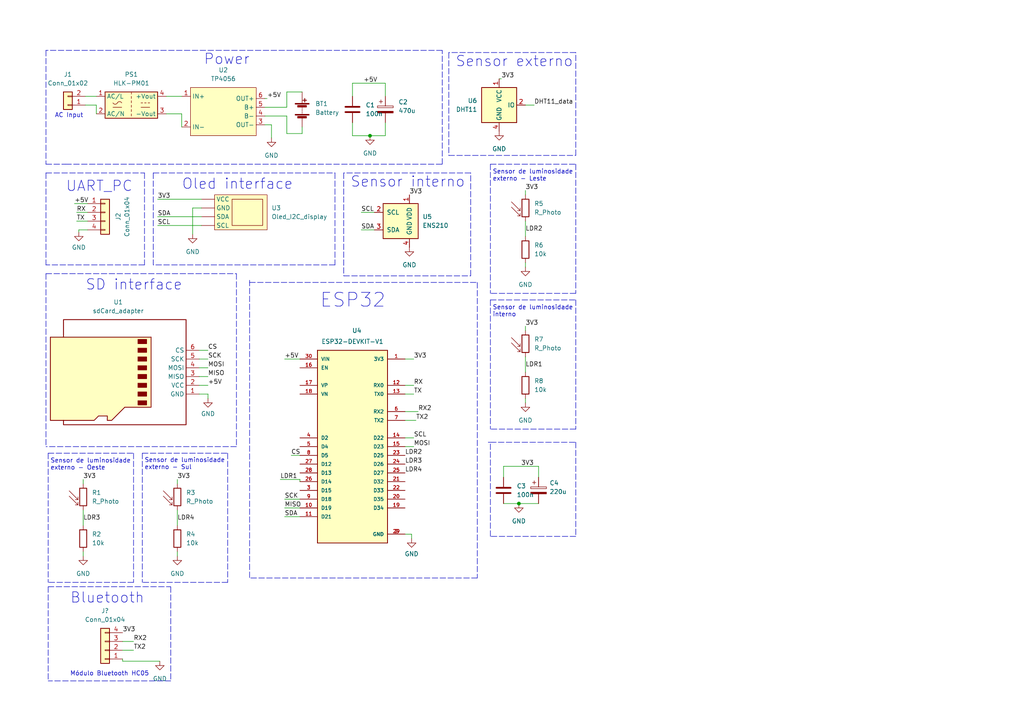
<source format=kicad_sch>
(kicad_sch (version 20211123) (generator eeschema)
  (paper "A4")
  (title_block (title "Estação metereológica - ESP32") (date "2022-11-22") (rev "01") (company "UFSC") (comment 1 "Autor: Marcelo Miguel Cardoso") (comment 2 "Matrícula: 19102371") (comment 3 "EEL7323-08235 (20222) - Programação C++ para Sistemas Embarcados"))
  (lib_symbols
    (symbol "Connector_Generic:Conn_01x02" (pin_names (offset 1.016) hide)
      (property "Reference" "J" (at 0 2.54 0))
      (property "Value" "Conn_01x02" (at 0 -5.08 0))
      (symbol "Conn_01x02_1_1"
        (rectangle (start -1.27 -2.413) (end 0 -2.667) (stroke (width 0.1524)))
        (rectangle (start -1.27 0.127) (end 0 -0.127) (stroke (width 0.1524)))
        (rectangle (start -1.27 1.27) (end 1.27 -3.81) (stroke (width 0.254)) (fill (type background)))
        (pin passive line (at -5.08 0 0) (length 3.81) (name "Pin_1") (number "1"))
        (pin passive line (at -5.08 -2.54 0) (length 3.81) (name "Pin_2") (number "2"))
      )
    )
    (symbol "Connector_Generic:Conn_01x04" (pin_names (offset 1.016) hide)
      (property "Reference" "J" (at 0 5.08 0))
      (property "Value" "Conn_01x04" (at 0 -7.62 0))
      (symbol "Conn_01x04_1_1"
        (rectangle (start -1.27 -4.953) (end 0 -5.207) (stroke (width 0.1524)))
        (rectangle (start -1.27 -2.413) (end 0 -2.667) (stroke (width 0.1524)))
        (rectangle (start -1.27 0.127) (end 0 -0.127) (stroke (width 0.1524)))
        (rectangle (start -1.27 2.667) (end 0 2.413) (stroke (width 0.1524)))
        (rectangle (start -1.27 3.81) (end 1.27 -6.35) (stroke (width 0.254)) (fill (type background)))
        (pin passive line (at -5.08 2.54 0) (length 3.81) (name "Pin_1") (number "1"))
        (pin passive line (at -5.08 0 0) (length 3.81) (name "Pin_2") (number "2"))
        (pin passive line (at -5.08 -2.54 0) (length 3.81) (name "Pin_3") (number "3"))
        (pin passive line (at -5.08 -5.08 0) (length 3.81) (name "Pin_4") (number "4"))
      )
    )
    (symbol "Converter_ACDC:HLK-PM01"
      (property "Reference" "PS" (at 0 5.08 0))
      (property "Value" "HLK-PM01" (at 0 -5.08 0))
      (symbol "HLK-PM01_0_1"
        (rectangle (start -7.62 3.81) (end 7.62 -3.81) (stroke (width 0.254)) (fill (type background)))
        (arc (start -5.334 0.635) (mid -4.699 0.2495) (end -4.064 0.635))
        (arc (start -2.794 0.635) (mid -3.429 1.0072) (end -4.064 0.635))
        (polyline (pts (xy -5.334 -0.635) (xy -2.794 -0.635)))
        (polyline (pts (xy 0 -2.54) (xy 0 -3.175)))
        (polyline (pts (xy 0 -1.27) (xy 0 -1.905)))
        (polyline (pts (xy 0 0) (xy 0 -0.635)))
        (polyline (pts (xy 0 1.27) (xy 0 0.635)))
        (polyline (pts (xy 0 2.54) (xy 0 1.905)))
        (polyline (pts (xy 0 3.81) (xy 0 3.175)))
        (polyline (pts (xy 2.794 -0.635) (xy 5.334 -0.635)))
        (polyline (pts (xy 2.794 0.635) (xy 3.302 0.635)))
        (polyline (pts (xy 3.81 0.635) (xy 4.318 0.635)))
        (polyline (pts (xy 4.826 0.635) (xy 5.334 0.635)))
      )
      (symbol "HLK-PM01_1_1"
        (pin power_in line (at -10.16 2.54 0) (length 2.54) (name "AC/L") (number "1"))
        (pin power_in line (at -10.16 -2.54 0) (length 2.54) (name "AC/N") (number "2"))
        (pin power_out line (at 10.16 -2.54 180) (length 2.54) (name "-Vout") (number "3"))
        (pin power_out line (at 10.16 2.54 180) (length 2.54) (name "+Vout") (number "4"))
      )
    )
    (symbol "Device:Battery" (pin_numbers hide) (pin_names (offset 0) hide)
      (property "Reference" "BT" (at 2.54 2.54 0))
      (property "Value" "Battery" (at 2.54 0 0))
      (symbol "Battery_0_1"
        (rectangle (start -2.032 -1.397) (end 2.032 -1.651) (fill (type outline)))
        (rectangle (start -2.032 1.778) (end 2.032 1.524) (fill (type outline)))
        (rectangle (start -1.3208 -1.9812) (end 1.27 -2.4892) (fill (type outline)))
        (rectangle (start -1.3208 1.1938) (end 1.27 0.6858) (fill (type outline)))
        (polyline (pts (xy 0 -1.524) (xy 0 -1.27)))
        (polyline (pts (xy 0 -1.016) (xy 0 -0.762)))
        (polyline (pts (xy 0 -0.508) (xy 0 -0.254)))
        (polyline (pts (xy 0 0) (xy 0 0.254)))
        (polyline (pts (xy 0 0.508) (xy 0 0.762)))
        (polyline (pts (xy 0 1.778) (xy 0 2.54)))
        (polyline (pts (xy 0.254 2.667) (xy 1.27 2.667)) (stroke (width 0.254)))
        (polyline (pts (xy 0.762 3.175) (xy 0.762 2.159)) (stroke (width 0.254)))
      )
      (symbol "Battery_1_1"
        (pin passive line (at 0 5.08 270) (length 2.54) (name "+") (number "1"))
        (pin passive line (at 0 -5.08 90) (length 2.54) (name "-") (number "2"))
      )
    )
    (symbol "Device:C" (pin_numbers hide) (pin_names (offset 0.254))
      (property "Reference" "C" (at 0.635 2.54 0))
      (property "Value" "C" (at 0.635 -2.54 0))
      (symbol "C_0_1"
        (polyline (pts (xy -2.032 -0.762) (xy 2.032 -0.762)) (stroke (width 0.508)))
        (polyline (pts (xy -2.032 0.762) (xy 2.032 0.762)) (stroke (width 0.508)))
      )
      (symbol "C_1_1"
        (pin passive line (at 0 3.81 270) (length 2.794) (name "~") (number "1"))
        (pin passive line (at 0 -3.81 90) (length 2.794) (name "~") (number "2"))
      )
    )
    (symbol "Device:C_Polarized" (pin_numbers hide) (pin_names (offset 0.254))
      (property "Reference" "C" (at 0.635 2.54 0))
      (property "Value" "C_Polarized" (at 0.635 -2.54 0))
      (symbol "C_Polarized_0_1"
        (rectangle (start -2.286 0.508) (end 2.286 1.016))
        (polyline (pts (xy -1.778 2.286) (xy -0.762 2.286)))
        (polyline (pts (xy -1.27 2.794) (xy -1.27 1.778)))
        (rectangle (start 2.286 -0.508) (end -2.286 -1.016) (fill (type outline)))
      )
      (symbol "C_Polarized_1_1"
        (pin passive line (at 0 3.81 270) (length 2.794) (name "~") (number "1"))
        (pin passive line (at 0 -3.81 90) (length 2.794) (name "~") (number "2"))
      )
    )
    (symbol "Device:R" (pin_numbers hide) (pin_names (offset 0))
      (property "Reference" "R" (at 2.032 0 90))
      (property "Value" "R" (at 0 0 90))
      (symbol "R_0_1"
        (rectangle (start -1.016 -2.54) (end 1.016 2.54) (stroke (width 0.254)))
      )
      (symbol "R_1_1"
        (pin passive line (at 0 3.81 270) (length 1.27) (name "~") (number "1"))
        (pin passive line (at 0 -3.81 90) (length 1.27) (name "~") (number "2"))
      )
    )
    (symbol "Device:R_Photo" (pin_numbers hide) (pin_names (offset 0))
      (property "Reference" "R" (at 1.27 1.27 0))
      (property "Value" "R_Photo" (at 1.27 0 0))
      (symbol "R_Photo_0_1"
        (rectangle (start -1.016 2.54) (end 1.016 -2.54) (stroke (width 0.254)))
        (polyline (pts (xy -1.524 -2.286) (xy -4.064 0.254)))
        (polyline (pts (xy -1.524 -2.286) (xy -2.286 -2.286)))
        (polyline (pts (xy -1.524 -2.286) (xy -1.524 -1.524)))
        (polyline (pts (xy -1.524 -0.762) (xy -4.064 1.778)))
        (polyline (pts (xy -1.524 -0.762) (xy -2.286 -0.762)))
        (polyline (pts (xy -1.524 -0.762) (xy -1.524 0)))
      )
      (symbol "R_Photo_1_1"
        (pin passive line (at 0 3.81 270) (length 1.27) (name "~") (number "1"))
        (pin passive line (at 0 -3.81 90) (length 1.27) (name "~") (number "2"))
      )
    )
    (symbol "ESP32-DEVKIT-V1:ESP32-DEVKIT-V1" (pin_names (offset 1.016))
      (property "Reference" "U" (at -10.16 30.48 0))
      (property "Value" "ESP32-DEVKIT-V1" (at -10.16 -30.48 0))
      (symbol "ESP32-DEVKIT-V1_0_0"
        (rectangle (start -10.16 -27.94) (end 10.16 27.94) (stroke (width 0.254)) (fill (type background)))
        (pin output line (at 15.24 25.4 180) (length 5.08) (name "3V3") (number "1"))
        (pin bidirectional line (at -15.24 -17.78 0) (length 5.08) (name "D19") (number "10"))
        (pin bidirectional line (at -15.24 -20.32 0) (length 5.08) (name "D21") (number "11"))
        (pin input line (at 15.24 17.78 180) (length 5.08) (name "RX0") (number "12"))
        (pin output line (at 15.24 15.24 180) (length 5.08) (name "TX0") (number "13"))
        (pin bidirectional line (at 15.24 2.54 180) (length 5.08) (name "D22") (number "14"))
        (pin bidirectional line (at 15.24 0 180) (length 5.08) (name "D23") (number "15"))
        (pin input line (at -15.24 22.86 0) (length 5.08) (name "EN") (number "16"))
        (pin bidirectional line (at -15.24 17.78 0) (length 5.08) (name "VP") (number "17"))
        (pin bidirectional line (at -15.24 15.24 0) (length 5.08) (name "VN") (number "18"))
        (pin bidirectional line (at 15.24 -17.78 180) (length 5.08) (name "D34") (number "19"))
        (pin power_in line (at 15.24 -25.4 180) (length 5.08) (name "GND") (number "2"))
        (pin bidirectional line (at 15.24 -15.24 180) (length 5.08) (name "D35") (number "20"))
        (pin bidirectional line (at 15.24 -10.16 180) (length 5.08) (name "D32") (number "21"))
        (pin bidirectional line (at 15.24 -12.7 180) (length 5.08) (name "D33") (number "22"))
        (pin bidirectional line (at 15.24 -2.54 180) (length 5.08) (name "D25") (number "23"))
        (pin bidirectional line (at 15.24 -5.08 180) (length 5.08) (name "D26") (number "24"))
        (pin bidirectional line (at 15.24 -7.62 180) (length 5.08) (name "D27") (number "25"))
        (pin bidirectional line (at -15.24 -10.16 0) (length 5.08) (name "D14") (number "26"))
        (pin bidirectional line (at -15.24 -5.08 0) (length 5.08) (name "D12") (number "27"))
        (pin bidirectional line (at -15.24 -7.62 0) (length 5.08) (name "D13") (number "28"))
        (pin power_in line (at 15.24 -25.4 180) (length 5.08) (name "GND") (number "29"))
        (pin bidirectional line (at -15.24 -12.7 0) (length 5.08) (name "D15") (number "3"))
        (pin input line (at -15.24 25.4 0) (length 5.08) (name "VIN") (number "30"))
        (pin bidirectional line (at -15.24 2.54 0) (length 5.08) (name "D2") (number "4"))
        (pin bidirectional line (at -15.24 0 0) (length 5.08) (name "D4") (number "5"))
        (pin input line (at 15.24 10.16 180) (length 5.08) (name "RX2") (number "6"))
        (pin output line (at 15.24 7.62 180) (length 5.08) (name "TX2") (number "7"))
        (pin bidirectional line (at -15.24 -2.54 0) (length 5.08) (name "D5") (number "8"))
        (pin bidirectional line (at -15.24 -15.24 0) (length 5.08) (name "D18") (number "9"))
      )
    )
    (symbol "Sensor:DHT11"
      (property "Reference" "U" (at -3.81 6.35 0))
      (property "Value" "DHT11" (at 3.81 6.35 0))
      (symbol "DHT11_0_1"
        (rectangle (start -5.08 5.08) (end 5.08 -5.08) (stroke (width 0.254)) (fill (type background)))
      )
      (symbol "DHT11_1_1"
        (pin power_in line (at 0 7.62 270) (length 2.54) (name "VCC") (number "1"))
        (pin bidirectional line (at 7.62 0 180) (length 2.54) (name "IO") (number "2"))
        (pin no_connect line (at -5.08 0 0) (length 2.54) hide (name "NC") (number "3"))
        (pin power_in line (at 0 -7.62 90) (length 2.54) (name "GND") (number "4"))
      )
    )
    (symbol "Sensor_Humidity:ENS210" (pin_names (offset 1.016))
      (property "Reference" "U" (at -7.62 10.16 0))
      (property "Value" "ENS210" (at -7.62 7.62 0))
      (symbol "ENS210_0_1"
        (rectangle (start -5.08 5.08) (end 5.08 -5.08) (stroke (width 0.254)) (fill (type background)))
      )
      (symbol "ENS210_1_1"
        (pin power_in line (at 2.54 7.62 270) (length 2.54) (name "VDD") (number "1"))
        (pin input line (at -7.62 2.54 0) (length 2.54) (name "SCL") (number "2"))
        (pin bidirectional line (at -7.62 -2.54 0) (length 2.54) (name "SDA") (number "3"))
        (pin power_in line (at 2.54 -7.62 90) (length 2.54) (name "GND") (number "4"))
        (pin passive line (at 2.54 -7.62 90) (length 2.54) hide (name "GND") (number "5"))
      )
    )
    (symbol "power:GND" (power) (pin_names (offset 0))
      (property "Value" "GND" (at 0 -3.81 0))
      (symbol "GND_0_1"
        (polyline (pts (xy 0 0) (xy 0 -1.27) (xy 1.27 -1.27) (xy 0 -2.54) (xy -1.27 -1.27) (xy 0 -1.27)))
      )
      (symbol "GND_1_1"
        (pin power_in line (at 0 0 270) (length 0) hide (name "GND") (number "1"))
      )
    )
    (symbol "sdCard_adapter_1"
      (property "Reference" "U" (at 0 0 0))
      (property "Value" "sdCard_adapter_1" (at 15.24 22.86 0))
      (symbol "sdCard_adapter_1_0_1"
        (rectangle (start -2.54 -1.905) (end 0 -3.175) (fill (type outline)))
        (rectangle (start -2.54 0.635) (end 0 -0.635) (fill (type outline)))
        (rectangle (start -2.54 3.175) (end 0 1.905) (fill (type outline)))
        (rectangle (start -2.54 5.715) (end 0 4.445) (fill (type outline)))
        (rectangle (start -2.54 8.255) (end 0 6.985) (fill (type outline)))
        (rectangle (start -2.54 10.795) (end 0 9.525) (fill (type outline)))
        (rectangle (start -2.54 13.335) (end 0 12.065) (fill (type outline)))
        (rectangle (start -2.54 15.875) (end 0 14.605) (fill (type outline)))
        (polyline (pts (xy 21.59 20.32) (xy 21.59 21.59) (xy -13.97 21.59) (xy -13.97 -8.89) (xy 21.59 -8.89) (xy 21.59 -3.81)) (stroke (width 0.254)))
        (polyline (pts (xy -3.81 -3.81) (xy -3.81 16.51) (xy 3.81 16.51) (xy 7.62 20.32) (xy 8.89 20.32) (xy 8.89 19.05) (xy 11.43 19.05) (xy 12.7 20.32) (xy 25.4 20.32) (xy 25.4 -3.81) (xy -3.81 -3.81)) (stroke (width 0.254)) (fill (type background)))
      )
      (symbol "sdCard_adapter_1_1_1"
        (pin bidirectional line (at -17.78 12.7 0) (length 3.81) (name "GND") (number "1"))
        (pin bidirectional line (at -17.78 10.16 0) (length 3.81) (name "VCC") (number "2"))
        (pin input line (at -17.78 7.62 0) (length 3.81) (name "MISO") (number "3"))
        (pin power_in line (at -17.78 5.08 0) (length 3.81) (name "MOSI") (number "4"))
        (pin input line (at -17.78 2.54 0) (length 3.81) (name "SCK") (number "5"))
        (pin power_in line (at -17.78 0 0) (length 3.81) (name "CS") (number "6"))
      )
    )
    (symbol "symbol_lib:Oled_I2C_display"
      (property "Reference" "U" (at 0 0 0))
      (property "Value" "Oled_I2C_display" (at -11.43 0 0))
      (symbol "Oled_I2C_display_0_1"
        (rectangle (start -7.62 -2.54) (end 7.62 -12.7) (fill (type background)))
        (rectangle (start -2.54 -3.81) (end 6.35 -11.43))
      )
      (symbol "Oled_I2C_display_1_1"
        (pin power_in line (at -11.43 -6.35 0) (length 3.81) (name "GND") (number ""))
        (pin power_in line (at -11.43 -11.43 0) (length 3.81) (name "SCL") (number ""))
        (pin power_in line (at -11.43 -8.89 0) (length 3.81) (name "SDA") (number ""))
        (pin power_in line (at -11.43 -3.81 0) (length 3.81) (name "VCC") (number ""))
      )
    )
    (symbol "symbol_lib:TP4056"
      (property "Reference" "U" (at 2.54 -8.89 0))
      (property "Value" "TP4056" (at -8.89 -8.89 0))
      (symbol "TP4056_0_1"
        (rectangle (start -12.7 6.35) (end 6.35 -7.62) (fill (type background)))
      )
      (symbol "TP4056_1_1"
        (pin input line (at -15.24 3.81 0) (length 2.54) (name "IN+") (number "1"))
        (pin input line (at -15.24 -5.08 0) (length 2.54) (name "IN-") (number "2"))
        (pin output line (at 8.89 -4.445 180) (length 2.54) (name "OUT-") (number "3"))
        (pin output line (at 8.89 -1.905 180) (length 2.54) (name "B-") (number "4"))
        (pin output line (at 8.89 0.635 180) (length 2.54) (name "B+") (number "5"))
        (pin output line (at 8.89 3.175 180) (length 2.54) (name "OUT+") (number "6"))
      )
    )
  )
  (junction (at 107.315 39.37))
  (junction (at 150.495 146.05))
  (polyline (pts (xy 142.24 128.27) (xy 167.005 128.27)))
  (polyline (pts (xy 136.525 80.01) (xy 136.525 50.165)))
  (wire (pts (xy 144.78 22.86) (xy 145.415 22.86)))
  (polyline (pts (xy 130.175 15.24) (xy 130.175 45.085)))
  (wire (pts (xy 55.88 67.945) (xy 55.88 60.325)))
  (wire (pts (xy 57.785 111.76) (xy 60.325 111.76)))
  (wire (pts (xy 156.21 138.43) (xy 156.21 135.255)))
  (polyline (pts (xy 142.24 155.575) (xy 142.24 128.27)))
  (wire (pts (xy 24.765 27.94) (xy 27.94 27.94)))
  (wire (pts (xy 87.63 38.735) (xy 87.63 36.83)))
  (polyline (pts (xy 13.335 50.165) (xy 13.335 76.835)))
  (wire (pts (xy 45.72 57.785) (xy 58.42 57.785)))
  (polyline (pts (xy 38.735 131.445) (xy 38.735 168.91)))
  (wire (pts (xy 104.775 61.595) (xy 108.585 61.595)))
  (polyline (pts (xy 167.005 47.625) (xy 167.005 85.09)))
  (wire (pts (xy 24.765 30.48) (xy 27.94 30.48)))
  (wire (pts (xy 111.76 39.37) (xy 111.76 35.56)))
  (wire (pts (xy 51.435 160.02) (xy 51.435 161.29)))
  (polyline (pts (xy 142.24 47.625) (xy 142.24 85.09)))
  (wire (pts (xy 117.475 127) (xy 120.015 127)))
  (polyline (pts (xy 99.695 50.165) (xy 99.695 80.01)))
  (wire (pts (xy 107.315 39.37) (xy 111.76 39.37)))
  (wire (pts (xy 81.28 139.065) (xy 86.995 139.065)))
  (polyline (pts (xy 72.39 81.28) (xy 72.39 167.64)))
  (wire (pts (xy 146.05 135.255) (xy 156.21 135.255)))
  (polyline (pts (xy 41.275 131.445) (xy 66.04 131.445)))
  (wire (pts (xy 24.13 139.065) (xy 24.13 140.335)))
  (polyline (pts (xy 13.335 79.375) (xy 68.58 79.375)))
  (wire (pts (xy 55.88 60.325) (xy 58.42 60.325)))
  (polyline (pts (xy 13.335 79.375) (xy 13.335 129.54)))
  (polyline (pts (xy 68.58 129.54) (xy 13.335 129.54)))
  (wire (pts (xy 22.225 64.135) (xy 25.4 64.135)))
  (polyline (pts (xy 19.05 47.625) (xy 128.27 47.625)))
  (polyline (pts (xy 13.97 170.18) (xy 49.53 170.18)))
  (wire (pts (xy 46.355 191.77) (xy 35.56 191.77)))
  (wire (pts (xy 57.785 114.3) (xy 60.325 114.3)))
  (polyline (pts (xy 49.53 197.485) (xy 13.97 197.485)))
  (wire (pts (xy 22.86 66.675) (xy 25.4 66.675)))
  (polyline (pts (xy 41.91 76.835) (xy 13.335 76.835)))
  (wire (pts (xy 102.235 24.13) (xy 111.76 24.13)))
  (wire (pts (xy 57.785 101.6) (xy 60.325 101.6)))
  (polyline (pts (xy 136.525 50.165) (xy 99.695 50.165)))
  (wire (pts (xy 57.785 109.22) (xy 60.325 109.22)))
  (wire (pts (xy 76.835 36.195) (xy 78.74 36.195)))
  (polyline (pts (xy 142.24 47.625) (xy 167.005 47.625)))
  (polyline (pts (xy 141.605 128.27) (xy 142.24 128.27)))
  (wire (pts (xy 51.435 139.065) (xy 51.435 140.335)))
  (wire (pts (xy 52.705 33.02) (xy 52.705 36.83)))
  (wire (pts (xy 83.185 31.115) (xy 83.185 26.67)))
  (wire (pts (xy 27.94 30.48) (xy 27.94 33.02)))
  (wire (pts (xy 76.835 31.115) (xy 83.185 31.115)))
  (polyline (pts (xy 167.005 128.27) (xy 167.005 155.575)))
  (wire (pts (xy 82.55 147.32) (xy 86.995 147.32)))
  (polyline (pts (xy 41.91 50.165) (xy 41.91 76.835)))
  (wire (pts (xy 45.72 62.865) (xy 58.42 62.865)))
  (polyline (pts (xy 13.97 131.445) (xy 38.735 131.445)))
  (wire (pts (xy 117.475 114.3) (xy 120.015 114.3)))
  (wire (pts (xy 152.4 64.135) (xy 152.4 68.58)))
  (wire (pts (xy 35.56 186.055) (xy 38.735 186.055)))
  (polyline (pts (xy 138.43 167.64) (xy 72.39 167.64)))
  (wire (pts (xy 117.475 121.92) (xy 120.65 121.92)))
  (polyline (pts (xy 167.005 86.995) (xy 167.005 124.46)))
  (wire (pts (xy 119.38 154.94) (xy 119.38 156.21)))
  (polyline (pts (xy 68.58 79.375) (xy 68.58 129.54)))
  (wire (pts (xy 76.835 33.655) (xy 83.185 33.655)))
  (wire (pts (xy 51.435 147.955) (xy 51.435 152.4)))
  (wire (pts (xy 83.185 38.735) (xy 87.63 38.735)))
  (wire (pts (xy 48.26 27.94) (xy 52.705 27.94)))
  (wire (pts (xy 152.4 94.615) (xy 152.4 95.885)))
  (wire (pts (xy 146.05 138.43) (xy 146.05 135.255)))
  (wire (pts (xy 82.55 144.78) (xy 86.995 144.78)))
  (polyline (pts (xy 167.005 45.085) (xy 167.005 15.24)))
  (wire (pts (xy 146.05 146.05) (xy 150.495 146.05)))
  (wire (pts (xy 24.13 160.02) (xy 24.13 161.29)))
  (wire (pts (xy 83.185 33.655) (xy 83.185 38.735)))
  (wire (pts (xy 102.235 39.37) (xy 107.315 39.37)))
  (wire (pts (xy 117.475 111.76) (xy 120.015 111.76)))
  (polyline (pts (xy 38.735 168.91) (xy 13.97 168.91)))
  (polyline (pts (xy 49.53 170.18) (xy 49.53 197.485)))
  (wire (pts (xy 76.835 28.575) (xy 77.47 28.575)))
  (wire (pts (xy 104.775 66.675) (xy 108.585 66.675)))
  (polyline (pts (xy 167.005 85.09) (xy 142.24 85.09)))
  (polyline (pts (xy 99.695 80.01) (xy 136.525 80.01)))
  (polyline (pts (xy 142.24 86.995) (xy 167.005 86.995)))
  (wire (pts (xy 117.475 129.54) (xy 120.015 129.54)))
  (polyline (pts (xy 44.45 50.165) (xy 97.155 50.165)))
  (polyline (pts (xy 13.97 170.18) (xy 13.97 197.485)))
  (polyline (pts (xy 13.97 131.445) (xy 13.97 168.91)))
  (wire (pts (xy 152.4 115.57) (xy 152.4 116.84)))
  (wire (pts (xy 102.235 27.94) (xy 102.235 24.13)))
  (wire (pts (xy 152.4 76.2) (xy 152.4 77.47)))
  (polyline (pts (xy 66.04 131.445) (xy 66.04 168.91)))
  (wire (pts (xy 111.76 24.13) (xy 111.76 27.94)))
  (wire (pts (xy 48.26 33.02) (xy 52.705 33.02)))
  (polyline (pts (xy 128.27 14.605) (xy 13.335 14.605)))
  (wire (pts (xy 117.475 119.38) (xy 121.285 119.38)))
  (polyline (pts (xy 142.24 86.995) (xy 142.24 124.46)))
  (wire (pts (xy 86.995 139.065) (xy 86.995 139.7)))
  (wire (pts (xy 22.225 61.595) (xy 25.4 61.595)))
  (polyline (pts (xy 130.175 45.085) (xy 167.005 45.085)))
  (wire (pts (xy 152.4 55.245) (xy 152.4 56.515)))
  (wire (pts (xy 22.86 67.31) (xy 22.86 66.675)))
  (polyline (pts (xy 41.275 131.445) (xy 41.275 168.91)))
  (polyline (pts (xy 97.155 50.165) (xy 97.155 76.835)))
  (wire (pts (xy 82.55 104.14) (xy 86.995 104.14)))
  (polyline (pts (xy 44.45 50.165) (xy 44.45 76.835)))
  (polyline (pts (xy 167.005 155.575) (xy 142.24 155.575)))
  (wire (pts (xy 57.785 106.68) (xy 60.325 106.68)))
  (polyline (pts (xy 13.335 14.605) (xy 13.335 47.625)))
  (wire (pts (xy 117.475 154.94) (xy 119.38 154.94)))
  (wire (pts (xy 45.72 65.405) (xy 58.42 65.405)))
  (polyline (pts (xy 97.155 76.835) (xy 44.45 76.835)))
  (wire (pts (xy 152.4 30.48) (xy 154.94 30.48)))
  (wire (pts (xy 84.455 132.08) (xy 86.995 132.08)))
  (wire (pts (xy 24.13 147.955) (xy 24.13 152.4)))
  (wire (pts (xy 35.56 188.595) (xy 38.735 188.595)))
  (polyline (pts (xy 128.27 47.625) (xy 128.27 14.605)))
  (wire (pts (xy 156.21 146.05) (xy 150.495 146.05)))
  (wire (pts (xy 57.785 104.14) (xy 60.325 104.14)))
  (polyline (pts (xy 167.005 124.46) (xy 142.24 124.46)))
  (polyline (pts (xy 72.39 81.915) (xy 138.43 81.915)))
  (polyline (pts (xy 13.335 47.625) (xy 19.05 47.625)))
  (wire (pts (xy 78.74 36.195) (xy 78.74 40.005)))
  (polyline (pts (xy 13.335 50.165) (xy 41.91 50.165)))
  (wire (pts (xy 21.59 59.055) (xy 25.4 59.055)))
  (wire (pts (xy 117.475 104.14) (xy 120.015 104.14)))
  (wire (pts (xy 83.185 26.67) (xy 87.63 26.67)))
  (wire (pts (xy 82.55 149.86) (xy 86.995 149.86)))
  (wire (pts (xy 60.325 114.3) (xy 60.325 115.57)))
  (wire (pts (xy 35.56 191.77) (xy 35.56 191.135)))
  (polyline (pts (xy 138.43 81.915) (xy 138.43 167.64)))
  (wire (pts (xy 152.4 103.505) (xy 152.4 107.95)))
  (wire (pts (xy 102.235 35.56) (xy 102.235 39.37)))
  (polyline (pts (xy 66.04 168.91) (xy 41.275 168.91)))
  (polyline (pts (xy 167.005 15.24) (xy 130.175 15.24)))
  (text "UART_PC" (at 19.05 55.88 0) (effects (font (size 3 3)) (justify left bottom)))
  (text "Sensor de luminosidade\nexterno - Leste\n" (at 142.875 52.705 0) (effects (font (size 1.27 1.27)) (justify left bottom)))
  (text "Power " (at 59.055 19.05 0) (effects (font (size 3 3)) (justify left bottom)))
  (text "Sensor interno\n" (at 101.6 54.61 0) (effects (font (size 3 3)) (justify left bottom)))
  (text "Bluetooth" (at 20.32 175.26 0) (effects (font (size 3 3)) (justify left bottom)))
  (text "ESP32" (at 92.71 89.535 0) (effects (font (size 4 4)) (justify left bottom)))
  (text "Oled interface\n" (at 52.705 55.245 0) (effects (font (size 3 3)) (justify left bottom)))
  (text "Sensor de luminosidade\nexterno - Sul\n\n" (at 41.91 138.43 0) (effects (font (size 1.27 1.27)) (justify left bottom)))
  (text "Sensor externo\n" (at 132.08 19.685 0) (effects (font (size 3 3)) (justify left bottom)))
  (text "Sensor de luminosidade\ninterno" (at 142.875 92.075 0) (effects (font (size 1.27 1.27)) (justify left bottom)))
  (text "Sensor de luminosidade\nexterno - Oeste\n" (at 14.605 136.525 0) (effects (font (size 1.27 1.27)) (justify left bottom)))
  (text "AC Input" (at 15.875 34.29 0) (effects (font (size 1.27 1.27)) (justify left bottom)))
  (text "SD interface\n" (at 24.765 84.455 0) (effects (font (size 3 3)) (justify left bottom)))
  (text "Módulo Bluetooth HC05" (at 20.32 196.215 0) (effects (font (size 1.27 1.27)) (justify left bottom)))
  (label "3V3" (at 24.13 139.065 0))
  (label "SCK" (at 82.55 144.78 0))
  (label "3V3" (at 118.745 56.515 0))
  (label "+5V" (at 105.41 24.13 0))
  (label "SDA" (at 104.775 66.675 0))
  (label "MISO" (at 82.55 147.32 0))
  (label "RX2" (at 121.285 119.38 0))
  (label "SCK" (at 60.325 104.14 0))
  (label "+5V" (at 77.47 28.575 0))
  (label "MISO" (at 60.325 109.22 0))
  (label "CS" (at 84.455 132.08 0))
  (label "LDR4" (at 51.435 151.13 0))
  (label "LDR3" (at 24.13 151.13 0))
  (label "SDA" (at 45.72 62.865 0))
  (label "LDR2" (at 152.4 67.31 0))
  (label "LDR1" (at 152.4 106.68 0))
  (label "RX2" (at 38.735 186.055 0))
  (label "LDR2" (at 117.475 132.08 0))
  (label "+5V" (at 21.59 59.055 0))
  (label "+5V" (at 60.325 111.76 0))
  (label "TX" (at 22.225 64.135 0))
  (label "3V3" (at 35.56 183.515 0))
  (label "3V3" (at 120.015 104.14 0))
  (label "3V3" (at 152.4 94.615 0))
  (label "MOSI" (at 60.325 106.68 0))
  (label "3V3" (at 51.435 139.065 0))
  (label "SCL" (at 120.015 127 0))
  (label "DHT11_data" (at 154.94 30.48 0))
  (label "SCL" (at 45.72 65.405 0))
  (label "LDR4" (at 117.475 137.16 0))
  (label "3V3" (at 45.72 57.785 0))
  (label "RX" (at 22.225 61.595 0))
  (label "RX" (at 120.015 111.76 0))
  (label "+5V" (at 82.55 104.14 0))
  (label "TX" (at 120.015 114.3 0))
  (label "MOSI" (at 120.015 129.54 0))
  (label "SCL" (at 104.775 61.595 0))
  (label "SDA" (at 82.55 149.86 0))
  (label "TX2" (at 120.65 121.92 0))
  (label "3V3" (at 152.4 55.245 0))
  (label "3V3" (at 145.415 22.86 0))
  (label "TX2" (at 38.735 188.595 0))
  (label "LDR1" (at 81.28 139.065 0))
  (label "CS" (at 60.325 101.6 0))
  (label "3V3" (at 151.13 135.255 0))
  (label "LDR3" (at 117.475 134.62 0))
  (symbol (lib_id "Device:C") (at 102.235 31.75 0) (unit 1)
    (property "Reference" "C1" (at 106.045 30.4799 0) (effects (justify left)))
    (property "Value" "100n" (at 106.045 33.0199 0) (effects (justify left)))
  )
  (symbol (lib_id "symbol_lib:TP4056") (at 67.945 31.75 0) (unit 1)
    (property "Reference" "U2" (at 64.77 20.32 0))
    (property "Value" "TP4056" (at 64.77 22.86 0))
  )
  (symbol (lib_id "power:GND") (at 24.13 161.29 0) (unit 1)
    (property "Reference" "#PWR02" (effects hide))
    (property "Value" "GND" (at 24.13 166.37 0))
  )
  (symbol (lib_id "Device:R_Photo") (at 51.435 144.145 0) (unit 1)
    (property "Reference" "R3" (at 53.975 142.8749 0) (effects (justify left)))
    (property "Value" "R_Photo" (at 53.975 145.4149 0) (effects (justify left)))
  )
  (symbol (lib_id "Device:C_Polarized") (at 111.76 31.75 0) (unit 1)
    (property "Reference" "C2" (at 115.57 29.5909 0) (effects (justify left)))
    (property "Value" "470u" (at 115.57 32.1309 0) (effects (justify left)))
  )
  (symbol (lib_id "Device:R_Photo") (at 152.4 99.695 0) (unit 1)
    (property "Reference" "R7" (at 154.94 98.4249 0) (effects (justify left)))
    (property "Value" "R_Photo" (at 154.94 100.9649 0) (effects (justify left)))
  )
  (symbol (lib_id "Sensor:DHT11") (at 144.78 30.48 0) (unit 1)
    (property "Reference" "U6" (at 138.43 29.2099 0) (effects (justify right)))
    (property "Value" "DHT11" (at 138.43 31.7499 0) (effects (justify right)))
    (property "Footprint" "Sensor:Aosong_DHT11_5.5x12.0_P2.54mm" (effects hide))
    (property "Datasheet" "http://akizukidenshi.com/download/ds/aosong/DHT11.pdf" (effects hide))
  )
  (symbol (lib_id "Device:R") (at 24.13 156.21 0) (unit 1)
    (property "Reference" "R2" (at 26.67 154.9399 0) (effects (justify left)))
    (property "Value" "10k" (at 26.67 157.4799 0) (effects (justify left)))
  )
  (symbol (lib_id "Device:Battery") (at 87.63 31.75 0) (unit 1)
    (property "Reference" "BT1" (at 91.44 30.0989 0) (effects (justify left)))
    (property "Value" "Battery" (at 91.44 32.6389 0) (effects (justify left)))
  )
  (symbol (lib_id "power:GND") (at 119.38 156.21 0) (unit 1)
    (property "Reference" "#PWR09" (effects hide))
    (property "Value" "GND" (at 119.38 160.655 0))
  )
  (symbol (lib_id "Device:C") (at 146.05 142.24 0) (unit 1)
    (property "Reference" "C3" (at 149.86 140.9699 0) (effects (justify left)))
    (property "Value" "100n" (at 149.86 143.5099 0) (effects (justify left)))
  )
  (symbol (lib_id "Sensor_Humidity:ENS210") (at 116.205 64.135 0) (unit 1)
    (property "Reference" "U5" (at 122.555 62.8649 0) (effects (justify left)))
    (property "Value" "ENS210" (at 122.555 65.4049 0) (effects (justify left)))
    (property "Footprint" "Package_DFN_QFN:AMS_QFN-4-1EP_2x2mm_P0.95mm_EP0.7x1.6mm" (effects hide))
    (property "Datasheet" "http://ams.com/eng/Products/Environmental-Sensors/Relative-Humidity-and-Temperature-Sensors/ENS210" (effects hide))
  )
  (symbol (lib_id "power:GND") (at 55.88 67.945 0) (unit 1)
    (property "Reference" "#PWR04" (effects hide))
    (property "Value" "GND" (at 55.88 73.025 0))
  )
  (symbol (lib_id "Device:R") (at 152.4 72.39 0) (unit 1)
    (property "Reference" "R6" (at 154.94 71.1199 0) (effects (justify left)))
    (property "Value" "10k" (at 154.94 73.6599 0) (effects (justify left)))
  )
  (symbol (lib_id "power:GND") (at 22.86 67.31 0) (unit 1)
    (property "Reference" "#PWR01" (effects hide))
    (property "Value" "GND" (at 22.86 71.755 0))
  )
  (symbol (lib_id "Device:R_Photo") (at 24.13 144.145 0) (unit 1)
    (property "Reference" "R1" (at 26.67 142.8749 0) (effects (justify left)))
    (property "Value" "R_Photo" (at 26.67 145.4149 0) (effects (justify left)))
  )
  (symbol (lib_id "power:GND") (at 107.315 39.37 0) (unit 1)
    (property "Reference" "#PWR07" (effects hide))
    (property "Value" "GND" (at 107.315 44.45 0))
  )
  (symbol (lib_id "power:GND") (at 118.745 71.755 0) (unit 1)
    (property "Reference" "#PWR08" (effects hide))
    (property "Value" "GND" (at 118.745 76.835 0))
  )
  (symbol (lib_id "power:GND") (at 150.495 146.05 0) (unit 1)
    (property "Reference" "#PWR011" (effects hide))
    (property "Value" "GND" (at 150.495 151.13 0))
  )
  (symbol (lib_id "Device:R_Photo") (at 152.4 60.325 0) (unit 1)
    (property "Reference" "R5" (at 154.94 59.0549 0) (effects (justify left)))
    (property "Value" "R_Photo" (at 154.94 61.5949 0) (effects (justify left)))
  )
  (symbol (lib_id "symbol_lib:Oled_I2C_display") (at 69.85 53.975 0) (unit 1)
    (property "Reference" "U3" (at 78.74 60.3249 0) (effects (justify left)))
    (property "Value" "Oled_I2C_display" (at 78.74 62.8649 0) (effects (justify left)))
  )
  (symbol (lib_id "Connector_Generic:Conn_01x02") (at 19.685 30.48 180) (unit 1)
    (property "Reference" "J1" (at 19.685 21.59 0))
    (property "Value" "Conn_01x02" (at 19.685 24.13 0))
  )
  (symbol (lib_id "Device:R") (at 51.435 156.21 0) (unit 1)
    (property "Reference" "R4" (at 53.975 154.9399 0) (effects (justify left)))
    (property "Value" "10k" (at 53.975 157.4799 0) (effects (justify left)))
  )
  (symbol (lib_id "ESP32-DEVKIT-V1:ESP32-DEVKIT-V1") (at 102.235 129.54 0) (unit 1)
    (property "Reference" "U4" (at 103.505 95.885 0))
    (property "Value" "ESP32-DEVKIT-V1" (at 102.235 99.06 0))
    (property "Footprint" "MODULE_ESP32_DEVKIT_V1" (effects hide))
    (property "PARTREV" "N/A" (effects hide))
    (property "MANUFACTURER" "DOIT" (effects hide))
    (property "STANDARD" "Manufacturer Recommendations" (effects hide))
    (property "MAXIMUM_PACKAGE_HEIGHT" "6.8 mm" (effects hide))
  )
  (symbol (lib_id "power:GND") (at 144.78 38.1 0) (unit 1)
    (property "Reference" "#PWR010" (effects hide))
    (property "Value" "GND" (at 144.78 43.18 0))
  )
  (symbol (lib_name "sdCard_adapter_1") (lib_id "symbol_lib:sdCard_adapter") (at 40.005 101.6 180) (unit 1)
    (property "Reference" "U1" (at 34.29 87.63 0))
    (property "Value" "sdCard_adapter" (at 34.29 90.17 0))
  )
  (symbol (lib_id "power:GND") (at 78.74 40.005 0) (unit 1)
    (property "Reference" "#PWR06" (effects hide))
    (property "Value" "GND" (at 78.74 45.085 0))
  )
  (symbol (lib_id "Device:C_Polarized") (at 156.21 142.24 0) (unit 1)
    (property "Reference" "C4" (at 159.385 140.0809 0) (effects (justify left)))
    (property "Value" "220u" (at 159.385 142.6209 0) (effects (justify left)))
  )
  (symbol (lib_id "power:GND") (at 60.325 115.57 0) (unit 1)
    (property "Reference" "#PWR05" (effects hide))
    (property "Value" "GND" (at 60.325 120.015 0))
  )
  (symbol (lib_id "Converter_ACDC:HLK-PM01") (at 38.1 30.48 0) (unit 1)
    (property "Reference" "PS1" (at 38.1 21.59 0))
    (property "Value" "HLK-PM01" (at 38.1 24.13 0))
    (property "Footprint" "Converter_ACDC:Converter_ACDC_HiLink_HLK-PMxx" (effects hide))
    (property "Datasheet" "http://www.hlktech.net/product_detail.php?ProId=54" (effects hide))
  )
  (symbol (lib_id "power:GND") (at 51.435 161.29 0) (unit 1)
    (property "Reference" "#PWR03" (effects hide))
    (property "Value" "GND" (at 51.435 166.37 0))
  )
  (symbol (lib_id "Connector_Generic:Conn_01x04") (at 30.48 61.595 0) (unit 1)
    (property "Reference" "J2" (at 34.29 62.865 90))
    (property "Value" "Conn_01x04" (at 36.83 62.865 90))
  )
  (symbol (lib_id "Connector_Generic:Conn_01x04") (at 30.48 188.595 180) (unit 1)
    (property "Reference" "J?" (at 30.48 177.165 0))
    (property "Value" "Conn_01x04" (at 30.48 179.705 0))
  )
  (symbol (lib_id "power:GND") (at 152.4 116.84 0) (unit 1)
    (property "Reference" "#PWR013" (effects hide))
    (property "Value" "GND" (at 152.4 121.92 0))
  )
  (symbol (lib_id "Device:R") (at 152.4 111.76 0) (unit 1)
    (property "Reference" "R8" (at 154.94 110.4899 0) (effects (justify left)))
    (property "Value" "10k" (at 154.94 113.0299 0) (effects (justify left)))
  )
  (symbol (lib_id "power:GND") (at 152.4 77.47 0) (unit 1)
    (property "Reference" "#PWR012" (effects hide))
    (property "Value" "GND" (at 152.4 82.55 0))
  )
  (symbol (lib_id "power:GND") (at 46.355 191.77 0) (unit 1)
    (property "Reference" "#PWR?" (effects hide))
    (property "Value" "GND" (at 46.355 196.85 0))
  )
)
</source>
